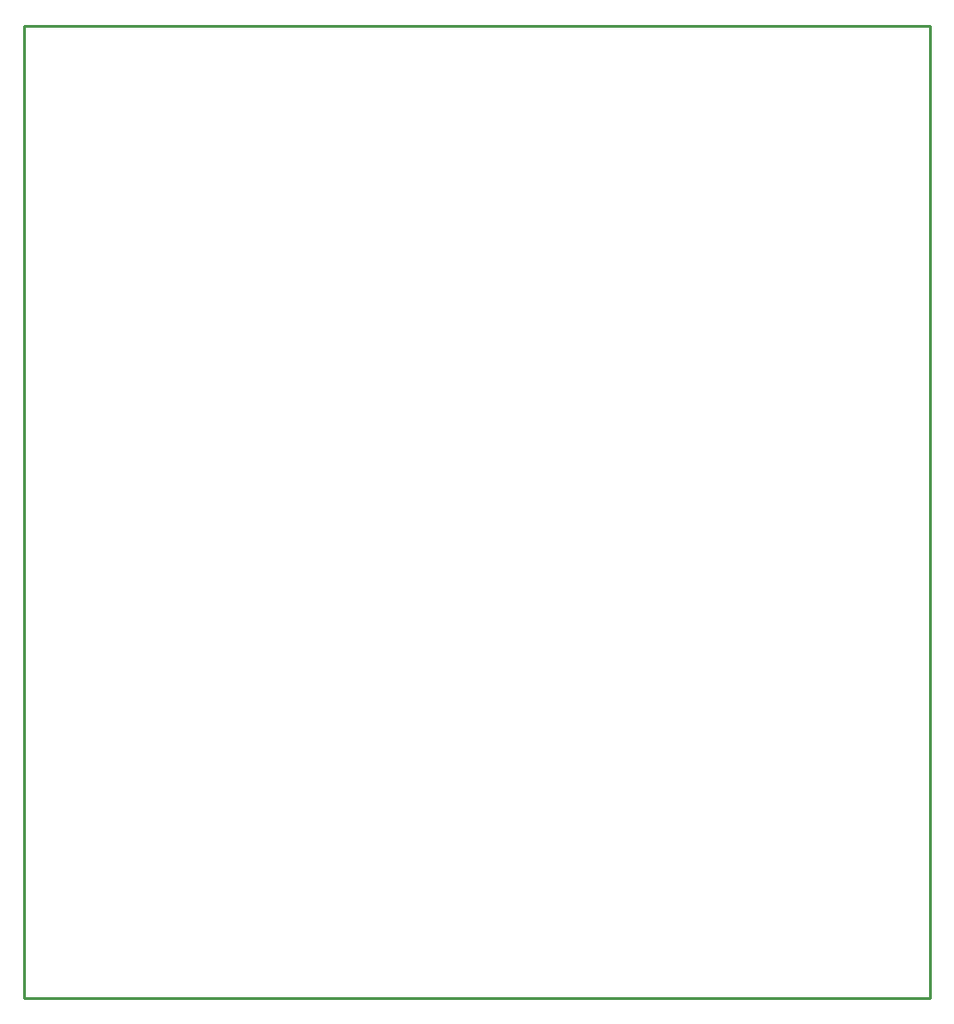
<source format=gto>
G04 Layer: TopSilkscreenLayer*
G04 EasyEDA v6.5.34, 2023-08-21 18:11:39*
G04 d20b79ac65014e9286761388955dc1b3,5a6b42c53f6a479593ecc07194224c93,10*
G04 Gerber Generator version 0.2*
G04 Scale: 100 percent, Rotated: No, Reflected: No *
G04 Dimensions in millimeters *
G04 leading zeros omitted , absolute positions ,4 integer and 5 decimal *
%FSLAX45Y45*%
%MOMM*%

%ADD10C,0.2540*%

%LPD*%
D10*
X31229300Y11109784D02*
G01*
X39529283Y11109784D01*
X39529283Y2209800D02*
G01*
X39529283Y11109784D01*
X31229300Y2209800D02*
G01*
X31229300Y11109784D01*
X31229300Y2209800D02*
G01*
X39529283Y2209800D01*
M02*

</source>
